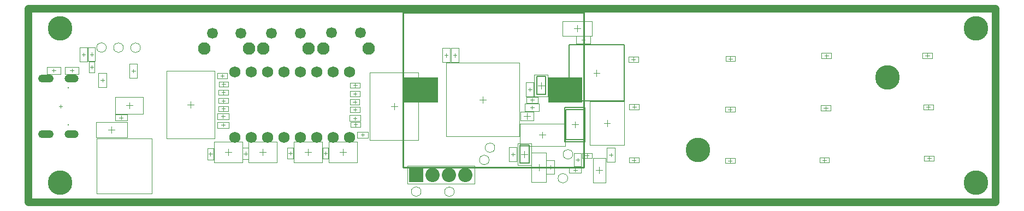
<source format=gbs>
G04*
G04 #@! TF.GenerationSoftware,Altium Limited,CircuitMaker,2.3.0 (2.3.0.3)*
G04*
G04 Layer_Color=8150272*
%FSLAX24Y24*%
%MOIN*%
G70*
G04*
G04 #@! TF.SameCoordinates,BA9B3302-63F0-48E8-8009-FCAE1684F3EC*
G04*
G04*
G04 #@! TF.FilePolarity,Negative*
G04*
G01*
G75*
%ADD11C,0.0039*%
%ADD13C,0.0100*%
%ADD14C,0.0050*%
%ADD15C,0.0079*%
%ADD16C,0.0059*%
%ADD18C,0.0472*%
%ADD19C,0.0020*%
%ADD89R,0.0867X0.0867*%
%ADD90C,0.0867*%
%ADD91C,0.0680*%
%ADD92C,0.1497*%
%ADD93C,0.0080*%
G04:AMPARAMS|DCode=94|XSize=47.4mil|YSize=94.6mil|CornerRadius=23.7mil|HoleSize=0mil|Usage=FLASHONLY|Rotation=270.000|XOffset=0mil|YOffset=0mil|HoleType=Round|Shape=RoundedRectangle|*
%AMROUNDEDRECTD94*
21,1,0.0474,0.0472,0,0,270.0*
21,1,0.0000,0.0946,0,0,270.0*
1,1,0.0474,-0.0236,0.0000*
1,1,0.0474,-0.0236,0.0000*
1,1,0.0474,0.0236,0.0000*
1,1,0.0474,0.0236,0.0000*
%
%ADD94ROUNDEDRECTD94*%
G04:AMPARAMS|DCode=95|XSize=47.4mil|YSize=86.7mil|CornerRadius=23.7mil|HoleSize=0mil|Usage=FLASHONLY|Rotation=270.000|XOffset=0mil|YOffset=0mil|HoleType=Round|Shape=RoundedRectangle|*
%AMROUNDEDRECTD95*
21,1,0.0474,0.0394,0,0,270.0*
21,1,0.0000,0.0867,0,0,270.0*
1,1,0.0474,-0.0197,0.0000*
1,1,0.0474,-0.0197,0.0000*
1,1,0.0474,0.0197,0.0000*
1,1,0.0474,0.0197,0.0000*
%
%ADD95ROUNDEDRECTD95*%
%ADD96C,0.0663*%
%ADD97C,0.0763*%
%ADD115R,0.2080X0.1580*%
D11*
X4197Y3888D02*
X7544D01*
Y542D02*
Y3888D01*
X4197Y542D02*
X7544D01*
X4197D02*
Y3888D01*
X26015Y640D02*
G03*
X26015Y640I-295J0D01*
G01*
X33251Y2925D02*
G03*
X33251Y2925I-295J0D01*
G01*
X5818Y9449D02*
G03*
X5818Y9449I-295J0D01*
G01*
X6859Y9444D02*
G03*
X6859Y9444I-295J0D01*
G01*
X4780Y9454D02*
G03*
X4780Y9454I-295J0D01*
G01*
X28144Y2582D02*
G03*
X28144Y2582I-295J0D01*
G01*
X28494Y3332D02*
G03*
X28494Y3332I-295J0D01*
G01*
X32941Y1465D02*
G03*
X32941Y1465I-295J0D01*
G01*
X23988Y649D02*
G03*
X23988Y649I-295J0D01*
G01*
X4542Y7346D02*
Y7563D01*
X4434Y7455D02*
X4651D01*
X35147Y4818D02*
X35541D01*
X35344Y4621D02*
Y5015D01*
X19835Y6135D02*
X20051D01*
X19943Y6027D02*
Y6243D01*
X5983Y5913D02*
X6377D01*
X6180Y5717D02*
Y6110D01*
X14134Y3066D02*
X14528D01*
X14331Y2869D02*
Y3263D01*
X23154Y1127D02*
X27249D01*
Y2229D01*
X23154D02*
X27249D01*
X23154Y1127D02*
Y2229D01*
X27562Y6272D02*
X27956D01*
X27759Y6075D02*
Y6469D01*
X1573Y7947D02*
Y8163D01*
X1465Y8055D02*
X1681D01*
X2676Y7947D02*
Y8163D01*
X2567Y8055D02*
X2784D01*
X19965Y5027D02*
Y5243D01*
X19857Y5135D02*
X20074D01*
X20426Y4012D02*
Y4228D01*
X20317Y4120D02*
X20534D01*
X18047Y2987D02*
X18264D01*
X18155Y2879D02*
Y3095D01*
X15908Y3001D02*
X16125D01*
X16017Y2893D02*
Y3109D01*
X13173Y2978D02*
X13390D01*
X13281Y2870D02*
Y3087D01*
X11029Y2946D02*
X11246D01*
X11138Y2838D02*
Y3054D01*
X19218Y2866D02*
Y3260D01*
X19021Y3063D02*
X19414D01*
X17093Y2863D02*
Y3257D01*
X16897Y3060D02*
X17290D01*
X12228Y2865D02*
Y3259D01*
X12032Y3062D02*
X12425D01*
X11904Y5137D02*
Y5353D01*
X11796Y5245D02*
X12012D01*
X11909Y4612D02*
Y4829D01*
X11801Y4720D02*
X12017D01*
X22351Y5661D02*
Y6055D01*
X22154Y5858D02*
X22548D01*
X20874Y7925D02*
X23827D01*
X20874Y3791D02*
X23827D01*
X20874D02*
Y7925D01*
X23827Y3791D02*
Y7925D01*
X9922Y5775D02*
Y6169D01*
X9725Y5972D02*
X10119D01*
X8445Y3905D02*
X11398D01*
X8445Y8039D02*
X11398D01*
Y3905D02*
Y8039D01*
X8445Y3905D02*
Y8039D01*
X29492Y2925D02*
X29709D01*
X29600Y2816D02*
Y3033D01*
X30300Y2738D02*
Y3131D01*
X30104Y2935D02*
X30497D01*
X31876Y2037D02*
Y2253D01*
X31767Y2145D02*
X31984D01*
X30979Y2125D02*
X31373D01*
X31176Y1928D02*
Y2322D01*
X33278Y1975D02*
X33514D01*
X33396Y1857D02*
Y2093D01*
X36983Y2452D02*
Y2688D01*
X36865Y2570D02*
X37101D01*
X33546Y2487D02*
Y2703D01*
X33437Y2595D02*
X33654D01*
X34007Y2845D02*
X34224D01*
X34116Y2737D02*
Y2953D01*
X34870Y1754D02*
Y2148D01*
X34673Y1951D02*
X35067D01*
X35576Y2786D02*
Y3002D01*
X35467Y2894D02*
X35684D01*
X33189Y4745D02*
X33583D01*
X33386Y4548D02*
Y4942D01*
X33536Y10418D02*
Y10812D01*
X33339Y10615D02*
X33733D01*
X37001Y5712D02*
Y5948D01*
X36883Y5830D02*
X37119D01*
X36956Y8617D02*
Y8853D01*
X36838Y8735D02*
X37074D01*
X42871Y8652D02*
Y8888D01*
X42753Y8770D02*
X42989D01*
X42849Y2426D02*
Y2662D01*
X42731Y2544D02*
X42967D01*
X42735Y5675D02*
X42972D01*
X42853Y5557D02*
Y5793D01*
X48690Y5642D02*
Y5878D01*
X48572Y5760D02*
X48809D01*
X48728Y8837D02*
Y9073D01*
X48610Y8955D02*
X48846D01*
X48606Y2457D02*
Y2693D01*
X48488Y2575D02*
X48724D01*
X54878Y2685D02*
X55114D01*
X54996Y2567D02*
Y2803D01*
X54835Y5815D02*
X55072D01*
X54953Y5697D02*
Y5933D01*
X54893Y8847D02*
Y9083D01*
X54775Y8965D02*
X55012D01*
X33791Y9923D02*
X34007D01*
X33899Y9815D02*
Y10032D01*
X34509Y7905D02*
X34903D01*
X34706Y7708D02*
Y8102D01*
X26066Y8877D02*
Y9093D01*
X25957Y8985D02*
X26174D01*
X11823Y6713D02*
X12040D01*
X11932Y6605D02*
Y6822D01*
X11832Y7213D02*
X12049D01*
X11940Y7105D02*
Y7322D01*
X11810Y5715D02*
X12026D01*
X11918Y5607D02*
Y5823D01*
X11812Y6203D02*
X12029D01*
X11921Y6094D02*
Y6311D01*
X11748Y7734D02*
X11964D01*
X11856Y7625D02*
Y7842D01*
X30259Y5252D02*
X30653D01*
X30456Y5055D02*
Y5448D01*
X19847Y6625D02*
X20063D01*
X19955Y6517D02*
Y6733D01*
X19845Y5665D02*
X20062D01*
X19953Y5557D02*
Y5773D01*
X5570Y5175D02*
X5806D01*
X5688Y5057D02*
Y5293D01*
X3886Y8930D02*
Y9146D01*
X3777Y9038D02*
X3994D01*
X30769Y6144D02*
Y6361D01*
X30661Y6252D02*
X30877D01*
X3778Y8265D02*
X3994D01*
X3886Y8157D02*
Y8373D01*
X19859Y7149D02*
X20076D01*
X19968Y7040D02*
Y7257D01*
X30531Y6902D02*
X30747D01*
X30639Y6794D02*
Y7011D01*
X6326Y8027D02*
X6542D01*
X6434Y7918D02*
Y8135D01*
X3396Y8927D02*
Y9143D01*
X3287Y9035D02*
X3504D01*
X31319Y6941D02*
Y7335D01*
X31122Y7138D02*
X31516D01*
X19877Y4750D02*
X20094D01*
X19985Y4642D02*
Y4858D01*
X25417Y8986D02*
X25634D01*
X25526Y8878D02*
Y9094D01*
X30768Y5694D02*
Y5911D01*
X30660Y5802D02*
X30876D01*
X5100Y4228D02*
Y4622D01*
X4904Y4425D02*
X5297D01*
D13*
X22887Y11584D02*
X33911D01*
Y2135D02*
Y11584D01*
X22887Y2135D02*
X33911D01*
X22887D02*
Y11584D01*
D14*
X33033Y6192D02*
X36379D01*
X33033Y9618D02*
X36379D01*
X33033Y6192D02*
Y9618D01*
X36379Y6192D02*
Y9618D01*
D15*
X32772Y3695D02*
X34000D01*
Y5795D01*
X32772D02*
X34000D01*
X32772Y3695D02*
Y5795D01*
D16*
X30576Y2385D02*
Y3485D01*
X30025Y2385D02*
X30576D01*
X30025D02*
Y3485D01*
X30576D01*
X31044Y6588D02*
Y7688D01*
X31595D01*
Y6588D02*
Y7688D01*
X31044Y6588D02*
X31595D01*
X32811Y3839D02*
X33961D01*
Y5650D01*
X32811D02*
X33961D01*
X32811Y3839D02*
Y5650D01*
D18*
X16Y5D02*
Y11825D01*
X59066D01*
Y5D02*
Y11825D01*
X16Y5D02*
X59066D01*
D19*
X4306Y7022D02*
X4779D01*
X4306Y7888D02*
X4779D01*
X4306Y7022D02*
Y7888D01*
X4779Y7022D02*
Y7888D01*
X36388Y3480D02*
Y6157D01*
X34301Y3480D02*
Y6157D01*
X36388D01*
X34301Y3480D02*
X36388D01*
X19648Y5977D02*
Y6292D01*
X20238Y5977D02*
Y6292D01*
X19648D02*
X20238D01*
X19648Y5977D02*
X20238D01*
X5334Y5402D02*
Y6425D01*
X7027Y5402D02*
Y6425D01*
X5334D02*
X7027D01*
X5334Y5402D02*
X7027D01*
X13465Y2436D02*
Y3696D01*
X15197Y2436D02*
Y3696D01*
X13465D02*
X15197D01*
X13465Y2436D02*
X15197D01*
X30003Y4028D02*
Y8516D01*
X25515Y4028D02*
Y8516D01*
Y4028D02*
X30003D01*
X25515Y8516D02*
X30003D01*
X1160Y7838D02*
X1987D01*
X1160Y8271D02*
X1987D01*
Y7838D02*
Y8271D01*
X1160Y7838D02*
Y8271D01*
X2262Y8271D02*
X3089D01*
X2262Y7838D02*
X3089D01*
X2262D02*
Y8271D01*
X3089Y7838D02*
Y8271D01*
X19623Y4958D02*
X20307D01*
X19623Y5312D02*
X20307D01*
Y4958D02*
Y5312D01*
X19623Y4958D02*
Y5312D01*
X20084Y3943D02*
X20768D01*
X20084Y4297D02*
X20768D01*
Y3943D02*
Y4297D01*
X20084Y3943D02*
Y4297D01*
X18333Y2645D02*
Y3329D01*
X17978Y2645D02*
Y3329D01*
X18333D01*
X17978Y2645D02*
X18333D01*
X16194Y2659D02*
Y3343D01*
X15840Y2659D02*
Y3343D01*
X16194D01*
X15840Y2659D02*
X16194D01*
X13459Y2637D02*
Y3320D01*
X13104Y2637D02*
Y3320D01*
X13459D01*
X13104Y2637D02*
X13459D01*
X11315Y2604D02*
Y3288D01*
X10961Y2604D02*
Y3288D01*
X11315D01*
X10961Y2604D02*
X11315D01*
X18351Y2433D02*
X20084D01*
X18351Y3693D02*
X20084D01*
Y2433D02*
Y3693D01*
X18351Y2433D02*
Y3693D01*
X16227Y2430D02*
X17960D01*
X16227Y3690D02*
X17960D01*
Y2430D02*
Y3690D01*
X16227Y2430D02*
Y3690D01*
X11362Y2432D02*
X13094D01*
X11362Y3692D02*
X13094D01*
Y2432D02*
Y3692D01*
X11362Y2432D02*
Y3692D01*
X11562Y5422D02*
X12246D01*
X11562Y5068D02*
X12246D01*
X11562D02*
Y5422D01*
X12246Y5068D02*
Y5422D01*
X11567Y4897D02*
X12251D01*
X11567Y4543D02*
X12251D01*
X11567D02*
Y4897D01*
X12251Y4543D02*
Y4897D01*
X31201Y4113D02*
X31595D01*
X31398Y3916D02*
Y4310D01*
X32776Y3444D02*
Y4782D01*
X30020D02*
X32776D01*
X30020Y3444D02*
Y4782D01*
Y3444D02*
X32776D01*
X29364Y2492D02*
Y3358D01*
X29837Y2492D02*
Y3358D01*
X29364Y2492D02*
X29837D01*
X29364Y3358D02*
X29837D01*
X29887Y3604D02*
X30714D01*
X29887Y2265D02*
X30714D01*
Y3604D01*
X29887Y2265D02*
Y3604D01*
X31640Y2578D02*
X32112D01*
X31640Y1712D02*
X32112D01*
Y2578D01*
X31640Y1712D02*
Y2578D01*
X30723Y1219D02*
Y3030D01*
X31628Y1219D02*
Y3030D01*
X30723Y1219D02*
X31628D01*
X30723Y3030D02*
X31628D01*
X33750Y1798D02*
Y2152D01*
X33041Y1798D02*
Y2152D01*
Y1798D02*
X33750D01*
X33041Y2152D02*
X33750D01*
X36688Y2412D02*
X37279D01*
X36688Y2727D02*
X37279D01*
Y2412D02*
Y2727D01*
X36688Y2412D02*
Y2727D01*
X33329Y2182D02*
X33762D01*
X33329Y3008D02*
X33762D01*
X33329Y2182D02*
Y3008D01*
X33762Y2182D02*
Y3008D01*
X33820Y2687D02*
Y3002D01*
X34411Y2687D02*
Y3002D01*
X33820D02*
X34411D01*
X33820Y2687D02*
X34411D01*
X34496Y1203D02*
X35244D01*
X34496Y2699D02*
X35244D01*
X34496Y1203D02*
Y2699D01*
X35244Y1203D02*
Y2699D01*
X35340Y2461D02*
X35812D01*
X35340Y3327D02*
X35812D01*
X35340Y2461D02*
Y3327D01*
X35812Y2461D02*
Y3327D01*
X32630Y11068D02*
X34441D01*
X32630Y10162D02*
X34441D01*
X32630D02*
Y11068D01*
X34441Y10162D02*
Y11068D01*
X36706Y5672D02*
X37296D01*
X36706Y5987D02*
X37296D01*
Y5672D02*
Y5987D01*
X36706Y5672D02*
Y5987D01*
X36660Y8577D02*
X37251D01*
X36660Y8892D02*
X37251D01*
Y8577D02*
Y8892D01*
X36660Y8577D02*
Y8892D01*
X42576Y8612D02*
X43166D01*
X42576Y8927D02*
X43166D01*
Y8612D02*
Y8927D01*
X42576Y8612D02*
Y8927D01*
X42553Y2387D02*
X43144D01*
X42553Y2702D02*
X43144D01*
Y2387D02*
Y2702D01*
X42553Y2387D02*
Y2702D01*
X42558Y5517D02*
Y5832D01*
X43149Y5517D02*
Y5832D01*
X42558D02*
X43149D01*
X42558Y5517D02*
X43149D01*
X48395Y5602D02*
X48986D01*
X48395Y5917D02*
X48986D01*
Y5602D02*
Y5917D01*
X48395Y5602D02*
Y5917D01*
X48433Y8797D02*
X49023D01*
X48433Y9112D02*
X49023D01*
Y8797D02*
Y9112D01*
X48433Y8797D02*
Y9112D01*
X48310Y2417D02*
X48901D01*
X48310Y2732D02*
X48901D01*
Y2417D02*
Y2732D01*
X48310Y2417D02*
Y2732D01*
X54700Y2527D02*
Y2842D01*
X55291Y2527D02*
Y2842D01*
X54700D02*
X55291D01*
X54700Y2527D02*
X55291D01*
X54658Y5657D02*
Y5972D01*
X55249Y5657D02*
Y5972D01*
X54658D02*
X55249D01*
X54658Y5657D02*
X55249D01*
X54598Y8807D02*
X55189D01*
X54598Y9122D02*
X55189D01*
Y8807D02*
Y9122D01*
X54598Y8807D02*
Y9122D01*
X34332Y9687D02*
Y10160D01*
X33466Y9687D02*
Y10160D01*
Y9687D02*
X34332D01*
X33466Y10160D02*
X34332D01*
X25830Y9418D02*
X26302D01*
X25830Y8552D02*
X26302D01*
Y9418D01*
X25830Y8552D02*
Y9418D01*
X12227Y6556D02*
Y6871D01*
X11636Y6556D02*
Y6871D01*
Y6556D02*
X12227D01*
X11636Y6871D02*
X12227D01*
X12236Y7056D02*
Y7371D01*
X11645Y7056D02*
Y7371D01*
Y7056D02*
X12236D01*
X11645Y7371D02*
X12236D01*
X12213Y5557D02*
Y5872D01*
X11623Y5557D02*
Y5872D01*
Y5557D02*
X12213D01*
X11623Y5872D02*
X12213D01*
X12216Y6045D02*
Y6360D01*
X11625Y6045D02*
Y6360D01*
Y6045D02*
X12216D01*
X11625Y6360D02*
X12216D01*
X12151Y7576D02*
Y7891D01*
X11561Y7576D02*
Y7891D01*
Y7576D02*
X12151D01*
X11561Y7891D02*
X12151D01*
X30860Y4986D02*
Y5517D01*
X30052Y4986D02*
Y5517D01*
Y4986D02*
X30860D01*
X30052Y5517D02*
X30860D01*
X19660Y6467D02*
Y6782D01*
X20250Y6467D02*
Y6782D01*
X19660D02*
X20250D01*
X19660Y6467D02*
X20250D01*
X19658Y5507D02*
Y5822D01*
X20249Y5507D02*
Y5822D01*
X19658D02*
X20249D01*
X19658Y5507D02*
X20249D01*
X6042Y4998D02*
Y5352D01*
X5333Y4998D02*
Y5352D01*
Y4998D02*
X6042D01*
X5333Y5352D02*
X6042D01*
X3669Y8625D02*
X4102D01*
X3669Y9451D02*
X4102D01*
X3669Y8625D02*
Y9451D01*
X4102Y8625D02*
Y9451D01*
X30427Y6429D02*
X31111D01*
X30427Y6075D02*
X31111D01*
X30427D02*
Y6429D01*
X31111Y6075D02*
Y6429D01*
X3709Y7923D02*
Y8607D01*
X4063Y7923D02*
Y8607D01*
X3709Y7923D02*
X4063D01*
X3709Y8607D02*
X4063D01*
X19672Y6991D02*
Y7306D01*
X20263Y6991D02*
Y7306D01*
X19672D02*
X20263D01*
X19672Y6991D02*
X20263D01*
X30875Y6469D02*
Y7335D01*
X30403Y6469D02*
Y7335D01*
X30875D01*
X30403Y6469D02*
X30875D01*
X6670Y7594D02*
Y8460D01*
X6198Y7594D02*
Y8460D01*
X6670D01*
X6198Y7594D02*
X6670D01*
X3160Y8602D02*
X3632D01*
X3160Y9468D02*
X3632D01*
X3160Y8602D02*
Y9468D01*
X3632Y8602D02*
Y9468D01*
X30906Y6469D02*
X31733D01*
X30906Y7807D02*
X31733D01*
X30906Y6469D02*
Y7807D01*
X31733Y6469D02*
Y7807D01*
X19690Y4593D02*
Y4907D01*
X20281Y4593D02*
Y4907D01*
X19690D02*
X20281D01*
X19690Y4593D02*
X20281D01*
X25762Y8553D02*
Y9419D01*
X25290Y8553D02*
Y9419D01*
X25762D01*
X25290Y8553D02*
X25762D01*
X30335Y5566D02*
X31201D01*
X30335Y6039D02*
X31201D01*
Y5566D02*
Y6039D01*
X30335Y5566D02*
Y6039D01*
X4156Y3952D02*
X6045D01*
X4156Y4897D02*
X6045D01*
Y3952D02*
Y4897D01*
X4156Y3952D02*
Y4897D01*
X1902Y5868D02*
X2099D01*
X2001Y5769D02*
Y5966D01*
D89*
X23705Y1678D02*
D03*
D90*
X24705D02*
D03*
X25705D02*
D03*
X26705D02*
D03*
D91*
X12616Y3965D02*
D03*
X13616D02*
D03*
X14616D02*
D03*
X15616D02*
D03*
X16616D02*
D03*
X17616D02*
D03*
X18616D02*
D03*
X19616D02*
D03*
Y7965D02*
D03*
X18616D02*
D03*
X17616D02*
D03*
X16616D02*
D03*
X12616D02*
D03*
X13616D02*
D03*
X14616D02*
D03*
X15616D02*
D03*
D92*
X52449Y7622D02*
D03*
X40892Y3187D02*
D03*
X57866Y1186D02*
D03*
Y10635D02*
D03*
X1960Y1186D02*
D03*
Y10635D02*
D03*
D93*
X2464Y7009D02*
D03*
Y4726D02*
D03*
D94*
X1086Y4165D02*
D03*
Y7570D02*
D03*
D95*
X2661D02*
D03*
Y4165D02*
D03*
D96*
X11246Y10335D02*
D03*
X13006D02*
D03*
X14856D02*
D03*
X16616D02*
D03*
X18536Y10345D02*
D03*
X20296D02*
D03*
D97*
X10746Y9385D02*
D03*
X13506D02*
D03*
X14356D02*
D03*
X17116D02*
D03*
X18036Y9395D02*
D03*
X20796D02*
D03*
D115*
X23999Y6859D02*
D03*
X32799D02*
D03*
M02*

</source>
